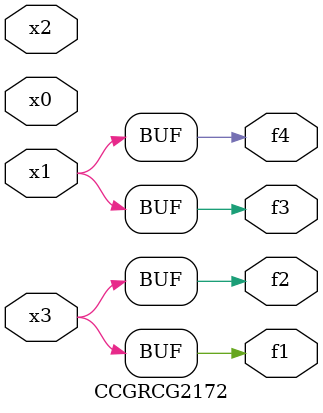
<source format=v>
module CCGRCG2172(
	input x0, x1, x2, x3,
	output f1, f2, f3, f4
);
	assign f1 = x3;
	assign f2 = x3;
	assign f3 = x1;
	assign f4 = x1;
endmodule

</source>
